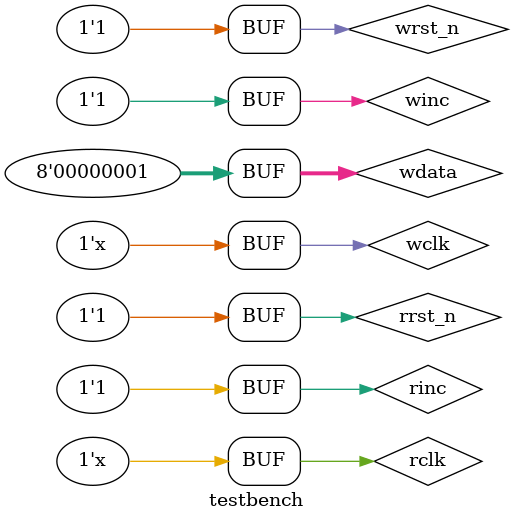
<source format=v>
`timescale 2ns / 1ps

module testbench;

	// Inputs
	reg [7:0] wdata;
	reg winc;
	reg wclk;
	reg wrst_n;
	reg rinc;
	reg rclk;
	reg rrst_n;

	// Outputs
	wire [7:0] rdata;
	wire wfull;
	wire rempty;

	// Instantiate the Unit Under Test (UUT)
	fifo1 uut (
		.rdata(rdata), 
		.wfull(wfull), 
		.rempty(rempty), 
		.wdata(wdata), 
		.winc(winc), 
		.wclk(wclk), 
		.wrst_n(wrst_n), 
		.rinc(rinc), 
		.rclk(rclk), 
		.rrst_n(rrst_n)
	);

	initial begin
		// Initialize Inputs
		wdata = 0;
		winc = 0;
		wclk = 0; //5ns
		wrst_n = 0; 
		rinc = 0;
		rclk = 0; //10ns
		rrst_n = 0;

		// Wait 10 ns for global reset to finish
		#10;
		wdata = 1;
		winc = 1;
		rinc = 1;
		wrst_n = 1;
		rrst_n = 1;
		
	end
	always begin 
		#5;
		wclk = ~wclk;
	end
	always begin 
		#10;
		rclk = ~rclk;
	end
      
endmodule


</source>
